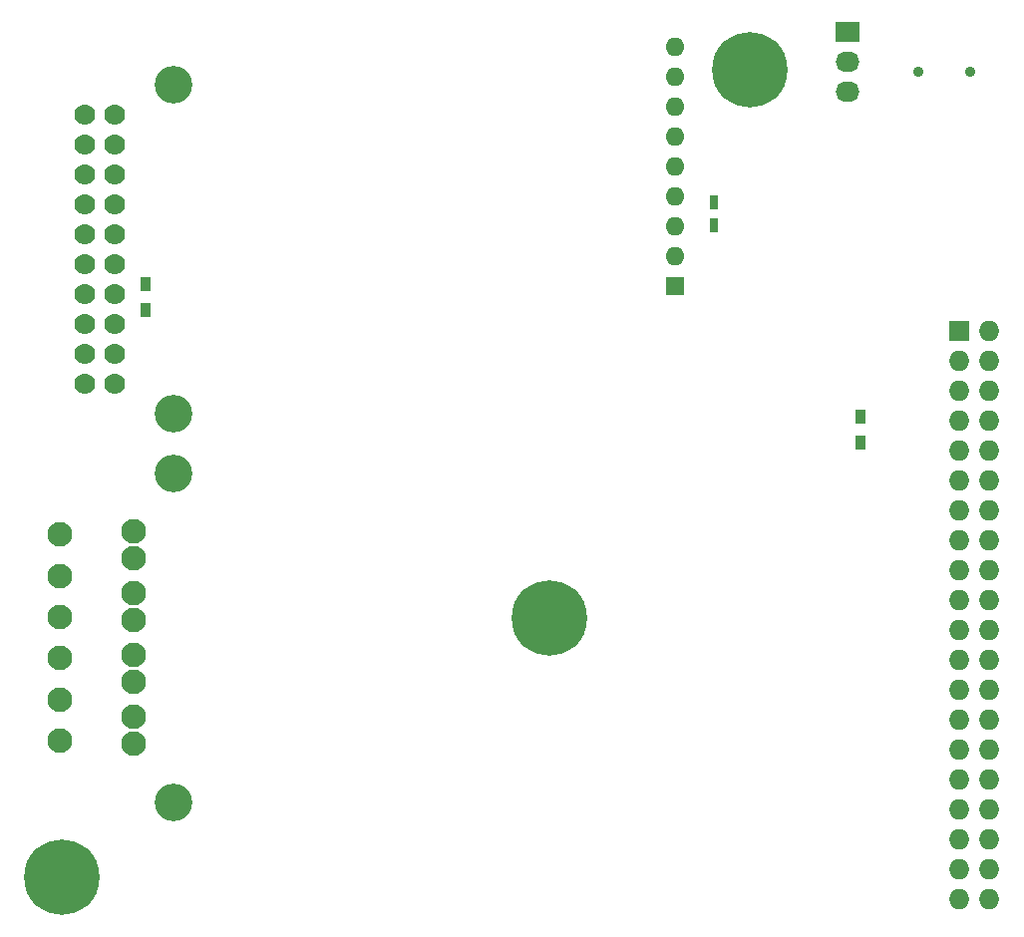
<source format=gbs>
%TF.GenerationSoftware,KiCad,Pcbnew,4.0.4-stable*%
%TF.CreationDate,2016-12-19T18:11:36-10:00*%
%TF.ProjectId,de0-cv-shield,6465302D63762D736869656C642E6B69,rev?*%
%TF.FileFunction,Soldermask,Bot*%
%FSLAX46Y46*%
G04 Gerber Fmt 4.6, Leading zero omitted, Abs format (unit mm)*
G04 Created by KiCad (PCBNEW 4.0.4-stable) date 12/19/16 18:11:36*
%MOMM*%
%LPD*%
G01*
G04 APERTURE LIST*
%ADD10C,1.000760*%
%ADD11C,6.400000*%
%ADD12C,0.600000*%
%ADD13R,2.032000X1.727200*%
%ADD14O,2.032000X1.727200*%
%ADD15R,1.727200X1.727200*%
%ADD16O,1.727200X1.727200*%
%ADD17R,1.600000X1.600000*%
%ADD18O,1.600000X1.600000*%
%ADD19R,0.900000X1.200000*%
%ADD20C,0.899160*%
%ADD21R,0.750000X1.200000*%
%ADD22C,2.100000*%
%ADD23C,3.200000*%
%ADD24C,1.778000*%
G04 APERTURE END LIST*
D10*
D11*
X117542944Y-104982944D03*
D12*
X119942944Y-104982944D03*
X119240000Y-106680000D03*
X117542944Y-107382944D03*
X115845888Y-106680000D03*
X115142944Y-104982944D03*
X115845888Y-103285888D03*
X117542944Y-102582944D03*
X119240000Y-103285888D03*
D11*
X76200000Y-127000000D03*
D12*
X78600000Y-127000000D03*
X77897056Y-128697056D03*
X76200000Y-129400000D03*
X74502944Y-128697056D03*
X73800000Y-127000000D03*
X74502944Y-125302944D03*
X76200000Y-124600000D03*
X77897056Y-125302944D03*
D11*
X134620000Y-58420000D03*
D12*
X137020000Y-58420000D03*
X136317056Y-60117056D03*
X134620000Y-60820000D03*
X132922944Y-60117056D03*
X132220000Y-58420000D03*
X132922944Y-56722944D03*
X134620000Y-56020000D03*
X136317056Y-56722944D03*
D13*
X142875000Y-55245000D03*
D14*
X142875000Y-57785000D03*
X142875000Y-60325000D03*
D15*
X152400000Y-80645000D03*
D16*
X154940000Y-80645000D03*
X152400000Y-83185000D03*
X154940000Y-83185000D03*
X152400000Y-85725000D03*
X154940000Y-85725000D03*
X152400000Y-88265000D03*
X154940000Y-88265000D03*
X152400000Y-90805000D03*
X154940000Y-90805000D03*
X152400000Y-93345000D03*
X154940000Y-93345000D03*
X152400000Y-95885000D03*
X154940000Y-95885000D03*
X152400000Y-98425000D03*
X154940000Y-98425000D03*
X152400000Y-100965000D03*
X154940000Y-100965000D03*
X152400000Y-103505000D03*
X154940000Y-103505000D03*
X152400000Y-106045000D03*
X154940000Y-106045000D03*
X152400000Y-108585000D03*
X154940000Y-108585000D03*
X152400000Y-111125000D03*
X154940000Y-111125000D03*
X152400000Y-113665000D03*
X154940000Y-113665000D03*
X152400000Y-116205000D03*
X154940000Y-116205000D03*
X152400000Y-118745000D03*
X154940000Y-118745000D03*
X152400000Y-121285000D03*
X154940000Y-121285000D03*
X152400000Y-123825000D03*
X154940000Y-123825000D03*
X152400000Y-126365000D03*
X154940000Y-126365000D03*
X152400000Y-128905000D03*
X154940000Y-128905000D03*
D17*
X128270000Y-76835000D03*
D18*
X128270000Y-74295000D03*
X128270000Y-71755000D03*
X128270000Y-69215000D03*
X128270000Y-66675000D03*
X128270000Y-64135000D03*
X128270000Y-61595000D03*
X128270000Y-59055000D03*
X128270000Y-56515000D03*
D19*
X83312000Y-76624000D03*
X83312000Y-78824000D03*
D20*
X153329640Y-58635900D03*
X148930360Y-58635900D03*
D21*
X131572000Y-71628000D03*
X131572000Y-69728000D03*
D19*
X144018000Y-90084000D03*
X144018000Y-87884000D03*
D22*
X82285000Y-115705000D03*
X82285000Y-110455000D03*
X82285000Y-102905000D03*
X82285000Y-97655000D03*
X75985000Y-97930000D03*
X75985000Y-101430000D03*
X75985000Y-104930000D03*
X75985000Y-108430000D03*
X75985000Y-111930000D03*
D23*
X85645000Y-59690000D03*
X85645000Y-87630000D03*
X85645000Y-92710000D03*
X85645000Y-120650000D03*
D22*
X75985000Y-115430000D03*
X82285000Y-113405000D03*
X82285000Y-108155000D03*
X82285000Y-105205000D03*
X82285000Y-99955000D03*
D24*
X78105000Y-85090000D03*
X78105000Y-82550000D03*
X78105000Y-80010000D03*
X78105000Y-77470000D03*
X78105000Y-74930000D03*
X78105000Y-72390000D03*
X78105000Y-69850000D03*
X78105000Y-67310000D03*
X78105000Y-64770000D03*
X78105000Y-62230000D03*
X80645000Y-85090000D03*
X80645000Y-82550000D03*
X80645000Y-80010000D03*
X80645000Y-77470000D03*
X80645000Y-74930000D03*
X80645000Y-72390000D03*
X80645000Y-69850000D03*
X80645000Y-67310000D03*
X80645000Y-64770000D03*
X80645000Y-62230000D03*
M02*

</source>
